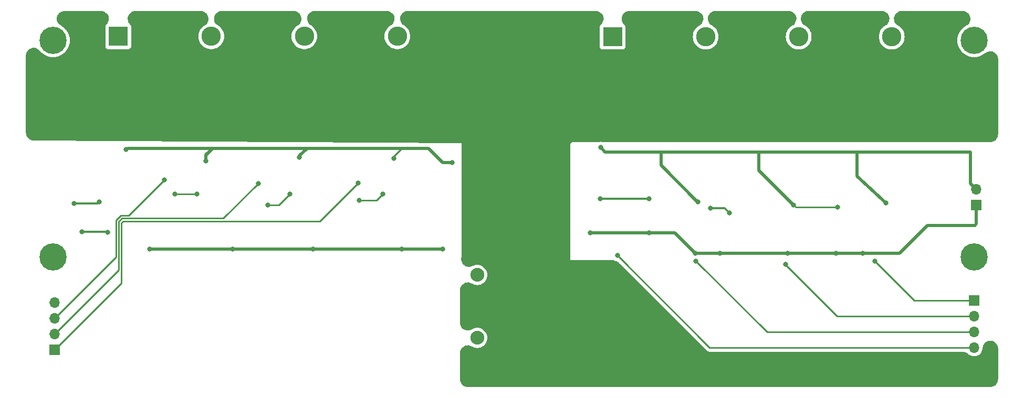
<source format=gbr>
%TF.GenerationSoftware,KiCad,Pcbnew,8.0.3*%
%TF.CreationDate,2024-11-15T02:32:19-08:00*%
%TF.ProjectId,Power_Distribution,506f7765-725f-4446-9973-747269627574,rev?*%
%TF.SameCoordinates,Original*%
%TF.FileFunction,Copper,L2,Bot*%
%TF.FilePolarity,Positive*%
%FSLAX46Y46*%
G04 Gerber Fmt 4.6, Leading zero omitted, Abs format (unit mm)*
G04 Created by KiCad (PCBNEW 8.0.3) date 2024-11-15 02:32:19*
%MOMM*%
%LPD*%
G01*
G04 APERTURE LIST*
%TA.AperFunction,ComponentPad*%
%ADD10R,3.116000X3.116000*%
%TD*%
%TA.AperFunction,ComponentPad*%
%ADD11C,3.116000*%
%TD*%
%TA.AperFunction,ComponentPad*%
%ADD12R,1.700000X1.700000*%
%TD*%
%TA.AperFunction,ComponentPad*%
%ADD13O,1.700000X1.700000*%
%TD*%
%TA.AperFunction,ComponentPad*%
%ADD14C,2.600000*%
%TD*%
%TA.AperFunction,ComponentPad*%
%ADD15C,2.235200*%
%TD*%
%TA.AperFunction,ConnectorPad*%
%ADD16C,4.400000*%
%TD*%
%TA.AperFunction,ViaPad*%
%ADD17C,0.800000*%
%TD*%
%TA.AperFunction,Conductor*%
%ADD18C,0.250000*%
%TD*%
%TA.AperFunction,Conductor*%
%ADD19C,0.508000*%
%TD*%
%TA.AperFunction,Conductor*%
%ADD20C,0.304800*%
%TD*%
G04 APERTURE END LIST*
D10*
%TO.P,J2,1,1*%
%TO.N,PWR5*%
X240270000Y-93218000D03*
D11*
%TO.P,J2,2,2*%
%TO.N,-BATT*%
X247770000Y-107218000D03*
%TO.P,J2,3,3*%
%TO.N,PWR6*%
X255270000Y-93218000D03*
%TO.P,J2,4,4*%
%TO.N,-BATT*%
X262770000Y-107218000D03*
%TO.P,J2,5,5*%
%TO.N,PWR7*%
X270270000Y-93218000D03*
%TO.P,J2,6,6*%
%TO.N,-BATT*%
X277770000Y-107218000D03*
%TO.P,J2,7,7*%
%TO.N,PWR8*%
X285270000Y-93218000D03*
%TO.P,J2,8,8*%
%TO.N,-BATT*%
X292770000Y-107218000D03*
%TD*%
D12*
%TO.P,J3,1,Pin_1*%
%TO.N,VIout4*%
X150275000Y-143800000D03*
D13*
%TO.P,J3,2,Pin_2*%
%TO.N,VIout3*%
X150275000Y-141260000D03*
%TO.P,J3,3,Pin_3*%
%TO.N,VIout2*%
X150275000Y-138720000D03*
%TO.P,J3,4,Pin_4*%
%TO.N,VIout1*%
X150275000Y-136180000D03*
%TD*%
D10*
%TO.P,J1,1,1*%
%TO.N,PWR1*%
X160562000Y-93160500D03*
D11*
%TO.P,J1,2,2*%
%TO.N,-BATT*%
X168062000Y-107160500D03*
%TO.P,J1,3,3*%
%TO.N,PWR2*%
X175562000Y-93160500D03*
%TO.P,J1,4,4*%
%TO.N,-BATT*%
X183062000Y-107160500D03*
%TO.P,J1,5,5*%
%TO.N,PWR3*%
X190562000Y-93160500D03*
%TO.P,J1,6,6*%
%TO.N,-BATT*%
X198062000Y-107160500D03*
%TO.P,J1,7,7*%
%TO.N,PWR4*%
X205562000Y-93160500D03*
%TO.P,J1,8,8*%
%TO.N,-BATT*%
X213062000Y-107160500D03*
%TD*%
D12*
%TO.P,J5,1,Pin_1*%
%TO.N,VIout8*%
X298550000Y-135825000D03*
D13*
%TO.P,J5,2,Pin_2*%
%TO.N,VIout7*%
X298550000Y-138365000D03*
%TO.P,J5,3,Pin_3*%
%TO.N,VIout6*%
X298550000Y-140905000D03*
%TO.P,J5,4,Pin_4*%
%TO.N,VIout5*%
X298550000Y-143445000D03*
%TD*%
D14*
%TO.P,,1*%
%TO.N,N/C*%
X150050000Y-128825000D03*
%TD*%
D15*
%TO.P,J4,1A,1A*%
%TO.N,+BATT*%
X218440000Y-131690000D03*
%TO.P,J4,1B,1B*%
X218440000Y-141850000D03*
%TO.P,J4,2A,2A*%
%TO.N,-BATT*%
X228600000Y-131690000D03*
%TO.P,J4,2B,2B*%
X228600000Y-141850000D03*
%TD*%
D14*
%TO.P,REF\u002A\u002A,1*%
%TO.N,N/C*%
X298550000Y-128825000D03*
D16*
X298550000Y-128825000D03*
%TD*%
D12*
%TO.P,REF\u002A\u002A,1*%
%TO.N,GND*%
X298933000Y-120376000D03*
D13*
%TO.P,REF\u002A\u002A,2*%
%TO.N,5V*%
X298933000Y-117836000D03*
%TD*%
D14*
%TO.P,REF\u002A\u002A,1*%
%TO.N,N/C*%
X150050000Y-128825000D03*
D16*
X150050000Y-128825000D03*
%TD*%
%TO.P,,1*%
%TO.N,N/C*%
X298550000Y-128825000D03*
%TD*%
D14*
%TO.P,REF\u002A\u002A,1*%
%TO.N,N/C*%
X298550000Y-93825000D03*
D16*
X298550000Y-93825000D03*
%TD*%
D14*
%TO.P,REF\u002A\u002A,1*%
%TO.N,N/C*%
X150050000Y-93825000D03*
D16*
X150050000Y-93825000D03*
%TD*%
%TO.P,,1*%
%TO.N,N/C*%
X150050000Y-128825000D03*
%TD*%
D17*
%TO.N,5V*%
X276555200Y-120751600D03*
%TO.N,GND*%
X276301200Y-128175000D03*
%TO.N,5V*%
X254050000Y-119875000D03*
X238325000Y-111100000D03*
X188214000Y-118618000D03*
X169672000Y-118618000D03*
X284350000Y-120075000D03*
X173228000Y-118618000D03*
X153416000Y-120142000D03*
X161856100Y-111442411D03*
X184658000Y-120396000D03*
X199390000Y-119634000D03*
X203200000Y-118618000D03*
X246126000Y-119380000D03*
X214376000Y-113538000D03*
X238252000Y-119380000D03*
X259080000Y-121666000D03*
X174690200Y-113280217D03*
X157480000Y-119888000D03*
X256032000Y-120904000D03*
X204985169Y-112899491D03*
X189794524Y-112708846D03*
X269450000Y-120375000D03*
%TO.N,VIout2*%
X168000000Y-116350000D03*
%TO.N,VIout3*%
X183150000Y-116900000D03*
%TO.N,VIout4*%
X199200000Y-116850000D03*
%TO.N,VIout5*%
X241030447Y-128564331D03*
%TO.N,VIout6*%
X253675000Y-129425000D03*
%TO.N,VIout7*%
X268125000Y-129975000D03*
%TO.N,VIout8*%
X282550000Y-129425000D03*
%TO.N,GND*%
X253625000Y-128175000D03*
X154686000Y-124714000D03*
X280600000Y-128225000D03*
X212852000Y-127508000D03*
X257556000Y-128175000D03*
X165625000Y-127525000D03*
X246126000Y-124850000D03*
X158843821Y-124818412D03*
X268525000Y-128175000D03*
X206300000Y-127525000D03*
X179025000Y-127525000D03*
X236625000Y-124850000D03*
X191950000Y-127475000D03*
%TD*%
D18*
%TO.N,5V*%
X276555200Y-120751600D02*
X269826600Y-120751600D01*
X269826600Y-120751600D02*
X269450000Y-120375000D01*
D19*
%TO.N,GND*%
X268525000Y-128175000D02*
X276301200Y-128175000D01*
X276301200Y-128175000D02*
X280550000Y-128175000D01*
D18*
%TO.N,5V*%
X204985169Y-112493831D02*
X204985169Y-112899491D01*
X169672000Y-118618000D02*
X173228000Y-118618000D01*
D19*
X279650000Y-115725000D02*
X284350000Y-120075000D01*
D18*
X204985169Y-112489831D02*
X204985169Y-112899491D01*
D19*
X189794524Y-112465476D02*
X189794524Y-112708846D01*
X175852000Y-111252000D02*
X191008000Y-111252000D01*
D20*
X256032000Y-120904000D02*
X258318000Y-120904000D01*
D19*
X174690200Y-112309800D02*
X174690200Y-112522000D01*
X175748000Y-111252000D02*
X174690200Y-112309800D01*
X248075000Y-111825000D02*
X248075000Y-114000000D01*
D20*
X157226000Y-120142000D02*
X153416000Y-120142000D01*
D18*
X174690200Y-112413800D02*
X174690200Y-112522000D01*
X175852000Y-111252000D02*
X174690200Y-112413800D01*
X186436000Y-120396000D02*
X188214000Y-118618000D01*
D19*
X279650000Y-111825000D02*
X263850000Y-111825000D01*
X214376000Y-113538000D02*
X212852000Y-113538000D01*
X191008000Y-111252000D02*
X206223000Y-111252000D01*
D18*
X253950000Y-119875000D02*
X254050000Y-119875000D01*
D20*
X258318000Y-120904000D02*
X259080000Y-121666000D01*
D18*
X184658000Y-120396000D02*
X186436000Y-120396000D01*
X174690200Y-112309800D02*
X174690200Y-113280217D01*
X161907589Y-111442411D02*
X161856100Y-111442411D01*
D19*
X298933000Y-117836000D02*
X298000000Y-116903000D01*
D18*
X199390000Y-119634000D02*
X202184000Y-119634000D01*
D19*
X212852000Y-113538000D02*
X210566000Y-111252000D01*
D18*
X206227000Y-111252000D02*
X204985169Y-112493831D01*
D19*
X263850000Y-114800000D02*
X269425000Y-120375000D01*
D20*
X157480000Y-119888000D02*
X157226000Y-120142000D01*
D18*
X269425000Y-120375000D02*
X269450000Y-120375000D01*
D19*
X248075000Y-114000000D02*
X253950000Y-119875000D01*
X174690200Y-112522000D02*
X174690200Y-113280217D01*
X279650000Y-111825000D02*
X279650000Y-115725000D01*
D18*
X269450000Y-120400000D02*
X269425000Y-120375000D01*
D20*
X246126000Y-119380000D02*
X238252000Y-119380000D01*
D19*
X206227000Y-111252000D02*
X210566000Y-111252000D01*
X191008000Y-111252000D02*
X189794524Y-112465476D01*
X263850000Y-111825000D02*
X263850000Y-114800000D01*
D18*
X202184000Y-119634000D02*
X203200000Y-118618000D01*
D19*
X239050000Y-111825000D02*
X238325000Y-111100000D01*
D18*
X269450000Y-120375000D02*
X269450000Y-120400000D01*
X206223000Y-111252000D02*
X204985169Y-112489831D01*
X162098000Y-111252000D02*
X161907589Y-111442411D01*
D19*
X298000000Y-116903000D02*
X298000000Y-111825000D01*
X298000000Y-111825000D02*
X279650000Y-111825000D01*
X175748000Y-111252000D02*
X162098000Y-111252000D01*
X248075000Y-111825000D02*
X239050000Y-111825000D01*
D18*
%TO.N,VIout2*%
X160194000Y-122884812D02*
X160984812Y-122094000D01*
X150275000Y-138720000D02*
X160194000Y-128801000D01*
X168000000Y-116351604D02*
X168000000Y-116350000D01*
X160194000Y-128801000D02*
X160194000Y-122884812D01*
X160984812Y-122094000D02*
X162257604Y-122094000D01*
X162257604Y-122094000D02*
X168000000Y-116351604D01*
%TO.N,VIout3*%
X160644000Y-123071208D02*
X161171208Y-122544000D01*
X160644000Y-130891000D02*
X160644000Y-123071208D01*
X177506000Y-122544000D02*
X183150000Y-116900000D01*
X150275000Y-141260000D02*
X160644000Y-130891000D01*
X161171208Y-122544000D02*
X177506000Y-122544000D01*
%TO.N,VIout4*%
X161094000Y-132981000D02*
X161094000Y-123257604D01*
X161357604Y-122994000D02*
X193056000Y-122994000D01*
X193056000Y-122994000D02*
X199200000Y-116850000D01*
X150275000Y-143800000D02*
X161094000Y-132981000D01*
X161094000Y-123257604D02*
X161357604Y-122994000D01*
%TO.N,VIout5*%
X255911116Y-143445000D02*
X241030447Y-128564331D01*
X298550000Y-143445000D02*
X255911116Y-143445000D01*
%TO.N,VIout6*%
X298550000Y-140905000D02*
X265169000Y-140905000D01*
X265169000Y-140905000D02*
X253689000Y-129425000D01*
X253689000Y-129425000D02*
X253675000Y-129425000D01*
%TO.N,VIout7*%
X276424000Y-138365000D02*
X268125000Y-130066000D01*
X268125000Y-130066000D02*
X268125000Y-129975000D01*
X298550000Y-138365000D02*
X276424000Y-138365000D01*
%TO.N,VIout8*%
X282550000Y-129486000D02*
X282550000Y-129425000D01*
X288889000Y-135825000D02*
X282550000Y-129486000D01*
X298550000Y-135825000D02*
X288889000Y-135825000D01*
%TO.N,GND*%
X280650000Y-128175000D02*
X280600000Y-128225000D01*
X191983000Y-127508000D02*
X191950000Y-127475000D01*
X206317000Y-127508000D02*
X206300000Y-127525000D01*
X206300000Y-127525000D02*
X206283000Y-127508000D01*
D19*
X291000000Y-123698000D02*
X286523000Y-128175000D01*
X250300000Y-124850000D02*
X253625000Y-128175000D01*
X286523000Y-128175000D02*
X280650000Y-128175000D01*
D18*
X253800000Y-128175000D02*
X253625000Y-128175000D01*
X280600000Y-128225000D02*
X280550000Y-128175000D01*
D19*
X298933000Y-120376000D02*
X298933000Y-123469000D01*
X298704000Y-123698000D02*
X291000000Y-123698000D01*
X253800000Y-128175000D02*
X257556000Y-128175000D01*
X206317000Y-127508000D02*
X212852000Y-127508000D01*
D18*
X298933000Y-123469000D02*
X298704000Y-123698000D01*
D19*
X246126000Y-124850000D02*
X250300000Y-124850000D01*
D18*
X191950000Y-127475000D02*
X191917000Y-127508000D01*
D19*
X257556000Y-128175000D02*
X268525000Y-128175000D01*
X191983000Y-127508000D02*
X206283000Y-127508000D01*
D20*
X158739409Y-124714000D02*
X158843821Y-124818412D01*
X154686000Y-124714000D02*
X158739409Y-124714000D01*
D19*
X179008000Y-127508000D02*
X165625000Y-127525000D01*
X236625000Y-124850000D02*
X246126000Y-124850000D01*
D18*
X179042000Y-127508000D02*
X179025000Y-127525000D01*
X179025000Y-127525000D02*
X179008000Y-127508000D01*
D19*
X179042000Y-127508000D02*
X191917000Y-127508000D01*
%TO.N,5V*%
X248075000Y-111825000D02*
X263850000Y-111825000D01*
%TD*%
%TA.AperFunction,Conductor*%
%TO.N,-BATT*%
G36*
X158019886Y-89087829D02*
G01*
X158235735Y-89147400D01*
X158437479Y-89244554D01*
X158618633Y-89376171D01*
X158773376Y-89538018D01*
X158896732Y-89724895D01*
X158984738Y-89930795D01*
X159034564Y-90149100D01*
X159044610Y-90372793D01*
X159014553Y-90594686D01*
X158945358Y-90807645D01*
X158839250Y-91004827D01*
X158699639Y-91179894D01*
X158680044Y-91199933D01*
X158640739Y-91239237D01*
X158553111Y-91356294D01*
X158553110Y-91356296D01*
X158502012Y-91493294D01*
X158502010Y-91493304D01*
X158495500Y-91553861D01*
X158495500Y-94767138D01*
X158502010Y-94827695D01*
X158502012Y-94827705D01*
X158553110Y-94964703D01*
X158553111Y-94964705D01*
X158640738Y-95081761D01*
X158757794Y-95169388D01*
X158757796Y-95169389D01*
X158894799Y-95220489D01*
X158955362Y-95227000D01*
X162168638Y-95227000D01*
X162229201Y-95220489D01*
X162366204Y-95169389D01*
X162483261Y-95081761D01*
X162570889Y-94964704D01*
X162621989Y-94827701D01*
X162628500Y-94767138D01*
X162628500Y-91553862D01*
X162621989Y-91493299D01*
X162570889Y-91356296D01*
X162549123Y-91327219D01*
X162483260Y-91239237D01*
X162443956Y-91199933D01*
X162300451Y-91028043D01*
X162189946Y-90833292D01*
X162115990Y-90621938D01*
X162080961Y-90400776D01*
X162085985Y-90176913D01*
X162130901Y-89957545D01*
X162214265Y-89749723D01*
X162333397Y-89560125D01*
X162484468Y-89394846D01*
X162662624Y-89259198D01*
X162862137Y-89157541D01*
X163076596Y-89093142D01*
X163299107Y-89068071D01*
X163327132Y-89067757D01*
X173857270Y-89067757D01*
X174080288Y-89087829D01*
X174296137Y-89147400D01*
X174497881Y-89244554D01*
X174679035Y-89376171D01*
X174833778Y-89538018D01*
X174957134Y-89724895D01*
X175045140Y-89930795D01*
X175094966Y-90149100D01*
X175105012Y-90372793D01*
X175074955Y-90594686D01*
X175005760Y-90807645D01*
X174899652Y-91004827D01*
X174760041Y-91179894D01*
X174591414Y-91327219D01*
X174506243Y-91383918D01*
X174415484Y-91439109D01*
X174367501Y-91468289D01*
X174367494Y-91468294D01*
X174148210Y-91646695D01*
X174148209Y-91646696D01*
X173955245Y-91853310D01*
X173792220Y-92084264D01*
X173792219Y-92084265D01*
X173662152Y-92335284D01*
X173567482Y-92601658D01*
X173567479Y-92601667D01*
X173509962Y-92878457D01*
X173509961Y-92878459D01*
X173490671Y-93160492D01*
X173490671Y-93160507D01*
X173509961Y-93442540D01*
X173509962Y-93442542D01*
X173567479Y-93719332D01*
X173567482Y-93719341D01*
X173605033Y-93825000D01*
X173662154Y-93985720D01*
X173792216Y-94236729D01*
X173792219Y-94236734D01*
X173792220Y-94236735D01*
X173955245Y-94467689D01*
X174148209Y-94674303D01*
X174148210Y-94674304D01*
X174367494Y-94852705D01*
X174367500Y-94852709D01*
X174367505Y-94852713D01*
X174420929Y-94885201D01*
X174609050Y-94999600D01*
X174609054Y-94999602D01*
X174868354Y-95112232D01*
X175140576Y-95188505D01*
X175420648Y-95227000D01*
X175420650Y-95227000D01*
X175703350Y-95227000D01*
X175703352Y-95227000D01*
X175983424Y-95188505D01*
X176255646Y-95112232D01*
X176514946Y-94999602D01*
X176756495Y-94852713D01*
X176975792Y-94674302D01*
X177168753Y-94467691D01*
X177331784Y-94236729D01*
X177461846Y-93985720D01*
X177556519Y-93719338D01*
X177614037Y-93442546D01*
X177614037Y-93442541D01*
X177614038Y-93442540D01*
X177633329Y-93160507D01*
X177633329Y-93160492D01*
X177614038Y-92878459D01*
X177614037Y-92878457D01*
X177614037Y-92878454D01*
X177556519Y-92601662D01*
X177461846Y-92335280D01*
X177331784Y-92084271D01*
X177168753Y-91853309D01*
X176975792Y-91646698D01*
X176975790Y-91646696D01*
X176975789Y-91646695D01*
X176756505Y-91468294D01*
X176756498Y-91468289D01*
X176756495Y-91468287D01*
X176617764Y-91383923D01*
X176437649Y-91250902D01*
X176284175Y-91087852D01*
X176162281Y-90900018D01*
X176075885Y-90693438D01*
X176027763Y-90474751D01*
X176019463Y-90250985D01*
X176051251Y-90029334D01*
X176122106Y-89816921D01*
X176229749Y-89620573D01*
X176370722Y-89446601D01*
X176540494Y-89300596D01*
X176733607Y-89187252D01*
X176943856Y-89110211D01*
X177164482Y-89071949D01*
X177266730Y-89067757D01*
X188857270Y-89067757D01*
X189080288Y-89087829D01*
X189296137Y-89147400D01*
X189497881Y-89244554D01*
X189679035Y-89376171D01*
X189833778Y-89538018D01*
X189957134Y-89724895D01*
X190045140Y-89930795D01*
X190094966Y-90149100D01*
X190105012Y-90372793D01*
X190074955Y-90594686D01*
X190005760Y-90807645D01*
X189899652Y-91004827D01*
X189760041Y-91179894D01*
X189591414Y-91327219D01*
X189506243Y-91383918D01*
X189415484Y-91439109D01*
X189367501Y-91468289D01*
X189367494Y-91468294D01*
X189148210Y-91646695D01*
X189148209Y-91646696D01*
X188955245Y-91853310D01*
X188792220Y-92084264D01*
X188792219Y-92084265D01*
X188662152Y-92335284D01*
X188567482Y-92601658D01*
X188567479Y-92601667D01*
X188509962Y-92878457D01*
X188509961Y-92878459D01*
X188490671Y-93160492D01*
X188490671Y-93160507D01*
X188509961Y-93442540D01*
X188509962Y-93442542D01*
X188567479Y-93719332D01*
X188567482Y-93719341D01*
X188605033Y-93825000D01*
X188662154Y-93985720D01*
X188792216Y-94236729D01*
X188792219Y-94236734D01*
X188792220Y-94236735D01*
X188955245Y-94467689D01*
X189148209Y-94674303D01*
X189148210Y-94674304D01*
X189367494Y-94852705D01*
X189367500Y-94852709D01*
X189367505Y-94852713D01*
X189420929Y-94885201D01*
X189609050Y-94999600D01*
X189609054Y-94999602D01*
X189868354Y-95112232D01*
X190140576Y-95188505D01*
X190420648Y-95227000D01*
X190420650Y-95227000D01*
X190703350Y-95227000D01*
X190703352Y-95227000D01*
X190983424Y-95188505D01*
X191255646Y-95112232D01*
X191514946Y-94999602D01*
X191756495Y-94852713D01*
X191975792Y-94674302D01*
X192168753Y-94467691D01*
X192331784Y-94236729D01*
X192461846Y-93985720D01*
X192556519Y-93719338D01*
X192614037Y-93442546D01*
X192614037Y-93442541D01*
X192614038Y-93442540D01*
X192633329Y-93160507D01*
X192633329Y-93160492D01*
X192614038Y-92878459D01*
X192614037Y-92878457D01*
X192614037Y-92878454D01*
X192556519Y-92601662D01*
X192461846Y-92335280D01*
X192331784Y-92084271D01*
X192168753Y-91853309D01*
X191975792Y-91646698D01*
X191975790Y-91646696D01*
X191975789Y-91646695D01*
X191756505Y-91468294D01*
X191756498Y-91468289D01*
X191756495Y-91468287D01*
X191617764Y-91383923D01*
X191437649Y-91250902D01*
X191284175Y-91087852D01*
X191162281Y-90900018D01*
X191075885Y-90693438D01*
X191027763Y-90474751D01*
X191019463Y-90250985D01*
X191051251Y-90029334D01*
X191122106Y-89816921D01*
X191229749Y-89620573D01*
X191370722Y-89446601D01*
X191540494Y-89300596D01*
X191733607Y-89187252D01*
X191943856Y-89110211D01*
X192164482Y-89071949D01*
X192266730Y-89067757D01*
X203857270Y-89067757D01*
X204080288Y-89087829D01*
X204296137Y-89147400D01*
X204497881Y-89244554D01*
X204679035Y-89376171D01*
X204833778Y-89538018D01*
X204957134Y-89724895D01*
X205045140Y-89930795D01*
X205094966Y-90149100D01*
X205105012Y-90372793D01*
X205074955Y-90594686D01*
X205005760Y-90807645D01*
X204899652Y-91004827D01*
X204760041Y-91179894D01*
X204591414Y-91327219D01*
X204506243Y-91383918D01*
X204415484Y-91439109D01*
X204367501Y-91468289D01*
X204367494Y-91468294D01*
X204148210Y-91646695D01*
X204148209Y-91646696D01*
X203955245Y-91853310D01*
X203792220Y-92084264D01*
X203792219Y-92084265D01*
X203662152Y-92335284D01*
X203567482Y-92601658D01*
X203567479Y-92601667D01*
X203509962Y-92878457D01*
X203509961Y-92878459D01*
X203490671Y-93160492D01*
X203490671Y-93160507D01*
X203509961Y-93442540D01*
X203509962Y-93442542D01*
X203567479Y-93719332D01*
X203567482Y-93719341D01*
X203605033Y-93825000D01*
X203662154Y-93985720D01*
X203792216Y-94236729D01*
X203792219Y-94236734D01*
X203792220Y-94236735D01*
X203955245Y-94467689D01*
X204148209Y-94674303D01*
X204148210Y-94674304D01*
X204367494Y-94852705D01*
X204367500Y-94852709D01*
X204367505Y-94852713D01*
X204420929Y-94885201D01*
X204609050Y-94999600D01*
X204609054Y-94999602D01*
X204868354Y-95112232D01*
X205140576Y-95188505D01*
X205420648Y-95227000D01*
X205420650Y-95227000D01*
X205703350Y-95227000D01*
X205703352Y-95227000D01*
X205983424Y-95188505D01*
X206255646Y-95112232D01*
X206514946Y-94999602D01*
X206756495Y-94852713D01*
X206975792Y-94674302D01*
X207168753Y-94467691D01*
X207331784Y-94236729D01*
X207461846Y-93985720D01*
X207556519Y-93719338D01*
X207614037Y-93442546D01*
X207614037Y-93442541D01*
X207614038Y-93442540D01*
X207633329Y-93160507D01*
X207633329Y-93160492D01*
X207614038Y-92878459D01*
X207614037Y-92878457D01*
X207614037Y-92878454D01*
X207556519Y-92601662D01*
X207461846Y-92335280D01*
X207331784Y-92084271D01*
X207168753Y-91853309D01*
X206975792Y-91646698D01*
X206975790Y-91646696D01*
X206975789Y-91646695D01*
X206756505Y-91468294D01*
X206756498Y-91468289D01*
X206756495Y-91468287D01*
X206617764Y-91383923D01*
X206437649Y-91250902D01*
X206284175Y-91087852D01*
X206162281Y-90900018D01*
X206075885Y-90693438D01*
X206027763Y-90474751D01*
X206019463Y-90250985D01*
X206051251Y-90029334D01*
X206122106Y-89816921D01*
X206229749Y-89620573D01*
X206370722Y-89446601D01*
X206540494Y-89300596D01*
X206733607Y-89187252D01*
X206943856Y-89110211D01*
X207164482Y-89071949D01*
X207266730Y-89067757D01*
X237573666Y-89067757D01*
X237796684Y-89087829D01*
X238012533Y-89147400D01*
X238214277Y-89244554D01*
X238395431Y-89376171D01*
X238550174Y-89538018D01*
X238673530Y-89724895D01*
X238761536Y-89930795D01*
X238811362Y-90149100D01*
X238821408Y-90372793D01*
X238791351Y-90594686D01*
X238722156Y-90807645D01*
X238616048Y-91004827D01*
X238476437Y-91179894D01*
X238380941Y-91264535D01*
X238348739Y-91296737D01*
X238261111Y-91413794D01*
X238261110Y-91413796D01*
X238210012Y-91550794D01*
X238210010Y-91550804D01*
X238203500Y-91611361D01*
X238203500Y-94824638D01*
X238210010Y-94885195D01*
X238210012Y-94885205D01*
X238261110Y-95022203D01*
X238261111Y-95022205D01*
X238348738Y-95139261D01*
X238465794Y-95226888D01*
X238465796Y-95226889D01*
X238602799Y-95277989D01*
X238663362Y-95284500D01*
X241876638Y-95284500D01*
X241937201Y-95277989D01*
X242074204Y-95226889D01*
X242191261Y-95139261D01*
X242278889Y-95022204D01*
X242329989Y-94885201D01*
X242336500Y-94824638D01*
X242336500Y-91611362D01*
X242329989Y-91550799D01*
X242278889Y-91413796D01*
X242270682Y-91402832D01*
X242191260Y-91296737D01*
X242151579Y-91257056D01*
X242051332Y-91166917D01*
X241914235Y-90989875D01*
X241810952Y-90791198D01*
X241744805Y-90577272D01*
X241717919Y-90354973D01*
X241731158Y-90131446D01*
X241784096Y-89913875D01*
X241875032Y-89709252D01*
X242001044Y-89524156D01*
X242158081Y-89364534D01*
X242341096Y-89235518D01*
X242544207Y-89141253D01*
X242760885Y-89084770D01*
X242966334Y-89067757D01*
X253659825Y-89067757D01*
X253882843Y-89087829D01*
X254098692Y-89147400D01*
X254300436Y-89244554D01*
X254481590Y-89376171D01*
X254636333Y-89538018D01*
X254759689Y-89724895D01*
X254847695Y-89930795D01*
X254897521Y-90149100D01*
X254907567Y-90372793D01*
X254877510Y-90594686D01*
X254808315Y-90807645D01*
X254702207Y-91004827D01*
X254562596Y-91179894D01*
X254393969Y-91327219D01*
X254308799Y-91383917D01*
X254150735Y-91480038D01*
X254075501Y-91525789D01*
X254075494Y-91525794D01*
X253856210Y-91704195D01*
X253856209Y-91704196D01*
X253663245Y-91910810D01*
X253500220Y-92141764D01*
X253500219Y-92141765D01*
X253370152Y-92392784D01*
X253275482Y-92659158D01*
X253275479Y-92659167D01*
X253217962Y-92935957D01*
X253217961Y-92935959D01*
X253198671Y-93217992D01*
X253198671Y-93218007D01*
X253217961Y-93500040D01*
X253217962Y-93500042D01*
X253275479Y-93776832D01*
X253275482Y-93776841D01*
X253349716Y-93985715D01*
X253370154Y-94043220D01*
X253500216Y-94294229D01*
X253500219Y-94294234D01*
X253500220Y-94294235D01*
X253663245Y-94525189D01*
X253856209Y-94731803D01*
X253856210Y-94731804D01*
X254075494Y-94910205D01*
X254075500Y-94910209D01*
X254075505Y-94910213D01*
X254075512Y-94910217D01*
X254317050Y-95057100D01*
X254317054Y-95057102D01*
X254576354Y-95169732D01*
X254848576Y-95246005D01*
X255128648Y-95284500D01*
X255128650Y-95284500D01*
X255411350Y-95284500D01*
X255411352Y-95284500D01*
X255691424Y-95246005D01*
X255963646Y-95169732D01*
X256222946Y-95057102D01*
X256464495Y-94910213D01*
X256683792Y-94731802D01*
X256876753Y-94525191D01*
X257039784Y-94294229D01*
X257169846Y-94043220D01*
X257264519Y-93776838D01*
X257322037Y-93500046D01*
X257322037Y-93500041D01*
X257322038Y-93500040D01*
X257341329Y-93218007D01*
X257341329Y-93217992D01*
X257322038Y-92935959D01*
X257322037Y-92935957D01*
X257322037Y-92935954D01*
X257264519Y-92659162D01*
X257169846Y-92392780D01*
X257039784Y-92141771D01*
X256876753Y-91910809D01*
X256683792Y-91704198D01*
X256683790Y-91704196D01*
X256683789Y-91704195D01*
X256464505Y-91525794D01*
X256464498Y-91525789D01*
X256464495Y-91525787D01*
X256231209Y-91383922D01*
X256051094Y-91250902D01*
X255897620Y-91087852D01*
X255775726Y-90900018D01*
X255689330Y-90693438D01*
X255641208Y-90474751D01*
X255632908Y-90250985D01*
X255664696Y-90029334D01*
X255735551Y-89816921D01*
X255843194Y-89620573D01*
X255984167Y-89446601D01*
X256153939Y-89300596D01*
X256347052Y-89187252D01*
X256557301Y-89110211D01*
X256777927Y-89071949D01*
X256880175Y-89067757D01*
X268659825Y-89067757D01*
X268882843Y-89087829D01*
X269098692Y-89147400D01*
X269300436Y-89244554D01*
X269481590Y-89376171D01*
X269636333Y-89538018D01*
X269759689Y-89724895D01*
X269847695Y-89930795D01*
X269897521Y-90149100D01*
X269907567Y-90372793D01*
X269877510Y-90594686D01*
X269808315Y-90807645D01*
X269702207Y-91004827D01*
X269562596Y-91179894D01*
X269393969Y-91327219D01*
X269308799Y-91383917D01*
X269150735Y-91480038D01*
X269075501Y-91525789D01*
X269075494Y-91525794D01*
X268856210Y-91704195D01*
X268856209Y-91704196D01*
X268663245Y-91910810D01*
X268500220Y-92141764D01*
X268500219Y-92141765D01*
X268370152Y-92392784D01*
X268275482Y-92659158D01*
X268275479Y-92659167D01*
X268217962Y-92935957D01*
X268217961Y-92935959D01*
X268198671Y-93217992D01*
X268198671Y-93218007D01*
X268217961Y-93500040D01*
X268217962Y-93500042D01*
X268275479Y-93776832D01*
X268275482Y-93776841D01*
X268349716Y-93985715D01*
X268370154Y-94043220D01*
X268500216Y-94294229D01*
X268500219Y-94294234D01*
X268500220Y-94294235D01*
X268663245Y-94525189D01*
X268856209Y-94731803D01*
X268856210Y-94731804D01*
X269075494Y-94910205D01*
X269075500Y-94910209D01*
X269075505Y-94910213D01*
X269075512Y-94910217D01*
X269317050Y-95057100D01*
X269317054Y-95057102D01*
X269576354Y-95169732D01*
X269848576Y-95246005D01*
X270128648Y-95284500D01*
X270128650Y-95284500D01*
X270411350Y-95284500D01*
X270411352Y-95284500D01*
X270691424Y-95246005D01*
X270963646Y-95169732D01*
X271222946Y-95057102D01*
X271464495Y-94910213D01*
X271683792Y-94731802D01*
X271876753Y-94525191D01*
X272039784Y-94294229D01*
X272169846Y-94043220D01*
X272264519Y-93776838D01*
X272322037Y-93500046D01*
X272322037Y-93500041D01*
X272322038Y-93500040D01*
X272341329Y-93218007D01*
X272341329Y-93217992D01*
X272322038Y-92935959D01*
X272322037Y-92935957D01*
X272322037Y-92935954D01*
X272264519Y-92659162D01*
X272169846Y-92392780D01*
X272039784Y-92141771D01*
X271876753Y-91910809D01*
X271683792Y-91704198D01*
X271683790Y-91704196D01*
X271683789Y-91704195D01*
X271464505Y-91525794D01*
X271464498Y-91525789D01*
X271464495Y-91525787D01*
X271231209Y-91383922D01*
X271051094Y-91250902D01*
X270897620Y-91087852D01*
X270775726Y-90900018D01*
X270689330Y-90693438D01*
X270641208Y-90474751D01*
X270632908Y-90250985D01*
X270664696Y-90029334D01*
X270735551Y-89816921D01*
X270843194Y-89620573D01*
X270984167Y-89446601D01*
X271153939Y-89300596D01*
X271347052Y-89187252D01*
X271557301Y-89110211D01*
X271777927Y-89071949D01*
X271880175Y-89067757D01*
X283659825Y-89067757D01*
X283882843Y-89087829D01*
X284098692Y-89147400D01*
X284300436Y-89244554D01*
X284481590Y-89376171D01*
X284636333Y-89538018D01*
X284759689Y-89724895D01*
X284847695Y-89930795D01*
X284897521Y-90149100D01*
X284907567Y-90372793D01*
X284877510Y-90594686D01*
X284808315Y-90807645D01*
X284702207Y-91004827D01*
X284562596Y-91179894D01*
X284393969Y-91327219D01*
X284308799Y-91383917D01*
X284150735Y-91480038D01*
X284075501Y-91525789D01*
X284075494Y-91525794D01*
X283856210Y-91704195D01*
X283856209Y-91704196D01*
X283663245Y-91910810D01*
X283500220Y-92141764D01*
X283500219Y-92141765D01*
X283370152Y-92392784D01*
X283275482Y-92659158D01*
X283275479Y-92659167D01*
X283217962Y-92935957D01*
X283217961Y-92935959D01*
X283198671Y-93217992D01*
X283198671Y-93218007D01*
X283217961Y-93500040D01*
X283217962Y-93500042D01*
X283275479Y-93776832D01*
X283275482Y-93776841D01*
X283349716Y-93985715D01*
X283370154Y-94043220D01*
X283500216Y-94294229D01*
X283500219Y-94294234D01*
X283500220Y-94294235D01*
X283663245Y-94525189D01*
X283856209Y-94731803D01*
X283856210Y-94731804D01*
X284075494Y-94910205D01*
X284075500Y-94910209D01*
X284075505Y-94910213D01*
X284075512Y-94910217D01*
X284317050Y-95057100D01*
X284317054Y-95057102D01*
X284576354Y-95169732D01*
X284848576Y-95246005D01*
X285128648Y-95284500D01*
X285128650Y-95284500D01*
X285411350Y-95284500D01*
X285411352Y-95284500D01*
X285691424Y-95246005D01*
X285963646Y-95169732D01*
X286222946Y-95057102D01*
X286464495Y-94910213D01*
X286683792Y-94731802D01*
X286876753Y-94525191D01*
X287039784Y-94294229D01*
X287169846Y-94043220D01*
X287264519Y-93776838D01*
X287322037Y-93500046D01*
X287322037Y-93500041D01*
X287322038Y-93500040D01*
X287341329Y-93218007D01*
X287341329Y-93217992D01*
X287322038Y-92935959D01*
X287322037Y-92935957D01*
X287322037Y-92935954D01*
X287264519Y-92659162D01*
X287169846Y-92392780D01*
X287039784Y-92141771D01*
X286876753Y-91910809D01*
X286683792Y-91704198D01*
X286683790Y-91704196D01*
X286683789Y-91704195D01*
X286464505Y-91525794D01*
X286464498Y-91525789D01*
X286464495Y-91525787D01*
X286231209Y-91383922D01*
X286051094Y-91250902D01*
X285897620Y-91087852D01*
X285775726Y-90900018D01*
X285689330Y-90693438D01*
X285641208Y-90474751D01*
X285632908Y-90250985D01*
X285664696Y-90029334D01*
X285735551Y-89816921D01*
X285843194Y-89620573D01*
X285984167Y-89446601D01*
X286153939Y-89300596D01*
X286347052Y-89187252D01*
X286557301Y-89110211D01*
X286777927Y-89071949D01*
X286880175Y-89067757D01*
X296707921Y-89067757D01*
X296930939Y-89087829D01*
X297146788Y-89147400D01*
X297348532Y-89244554D01*
X297529686Y-89376171D01*
X297684429Y-89538018D01*
X297807785Y-89724895D01*
X297895791Y-89930795D01*
X297945617Y-90149100D01*
X297955663Y-90372793D01*
X297925606Y-90594686D01*
X297856411Y-90807645D01*
X297750303Y-91004827D01*
X297610692Y-91179894D01*
X297442065Y-91327219D01*
X297321032Y-91402396D01*
X297321295Y-91402832D01*
X297008594Y-91591867D01*
X297008586Y-91591872D01*
X296750650Y-91793951D01*
X296750638Y-91793962D01*
X296518962Y-92025638D01*
X296518951Y-92025650D01*
X296316872Y-92283586D01*
X296316867Y-92283594D01*
X296147360Y-92563991D01*
X296012878Y-92862799D01*
X295915398Y-93175622D01*
X295915396Y-93175633D01*
X295856332Y-93497932D01*
X295856331Y-93497941D01*
X295836549Y-93824992D01*
X295836549Y-93825007D01*
X295856331Y-94152058D01*
X295856332Y-94152067D01*
X295915396Y-94474366D01*
X295915398Y-94474377D01*
X296012878Y-94787200D01*
X296012879Y-94787203D01*
X296147358Y-95086004D01*
X296147360Y-95086008D01*
X296147359Y-95086008D01*
X296316867Y-95366405D01*
X296316872Y-95366413D01*
X296518951Y-95624349D01*
X296518962Y-95624361D01*
X296750638Y-95856037D01*
X296750649Y-95856047D01*
X297008584Y-96058126D01*
X297288996Y-96227642D01*
X297587797Y-96362121D01*
X297756793Y-96414782D01*
X297900622Y-96459601D01*
X297900623Y-96459601D01*
X297900629Y-96459603D01*
X298222930Y-96518667D01*
X298222934Y-96518667D01*
X298222941Y-96518668D01*
X298549993Y-96538451D01*
X298550000Y-96538451D01*
X298550007Y-96538451D01*
X298877058Y-96518668D01*
X298877063Y-96518667D01*
X298877070Y-96518667D01*
X299199371Y-96459603D01*
X299512203Y-96362121D01*
X299811004Y-96227642D01*
X300091416Y-96058126D01*
X300349351Y-95856047D01*
X300349351Y-95856046D01*
X300379062Y-95832770D01*
X300381249Y-95835561D01*
X300509219Y-95741225D01*
X300710286Y-95642675D01*
X300925717Y-95581610D01*
X301148590Y-95559994D01*
X301371742Y-95578520D01*
X301587999Y-95636594D01*
X301790411Y-95732349D01*
X301972473Y-95862707D01*
X302128332Y-96023479D01*
X302252980Y-96209497D01*
X302342410Y-96414782D01*
X302393748Y-96632736D01*
X302406243Y-96808964D01*
X302406243Y-108987000D01*
X302386171Y-109210018D01*
X302326600Y-109425867D01*
X302229446Y-109627611D01*
X302097829Y-109808765D01*
X301935982Y-109963508D01*
X301749105Y-110086864D01*
X301543205Y-110174870D01*
X301324900Y-110224696D01*
X301157243Y-110236000D01*
X238761119Y-110236000D01*
X238538101Y-110215928D01*
X238501434Y-110208706D01*
X238420487Y-110191500D01*
X238229513Y-110191500D01*
X238148566Y-110208706D01*
X237926249Y-110235441D01*
X237888881Y-110236000D01*
X233679999Y-110236000D01*
X233426000Y-110489999D01*
X233426000Y-110490000D01*
X233426000Y-129286000D01*
X240152227Y-129286000D01*
X240375245Y-129306072D01*
X240591094Y-129365643D01*
X240660242Y-129393982D01*
X240748159Y-129433125D01*
X240810408Y-129453351D01*
X240809639Y-129455717D01*
X240924295Y-129491083D01*
X241123043Y-129594228D01*
X241300180Y-129731203D01*
X241333827Y-129763615D01*
X255419045Y-143848833D01*
X255507283Y-143937071D01*
X255611041Y-144006400D01*
X255611047Y-144006403D01*
X255707494Y-144046352D01*
X255726331Y-144054155D01*
X255787526Y-144066327D01*
X255848719Y-144078500D01*
X255848722Y-144078500D01*
X296738837Y-144078500D01*
X296961855Y-144098572D01*
X297177704Y-144158143D01*
X297379448Y-144255297D01*
X297560602Y-144386914D01*
X297588067Y-144413676D01*
X297588760Y-144412924D01*
X297626760Y-144447906D01*
X297804424Y-144586189D01*
X297804429Y-144586191D01*
X297804434Y-144586195D01*
X297936425Y-144657624D01*
X298002426Y-144693342D01*
X298215365Y-144766444D01*
X298437431Y-144803500D01*
X298437434Y-144803500D01*
X298662566Y-144803500D01*
X298662569Y-144803500D01*
X298884635Y-144766444D01*
X299097574Y-144693342D01*
X299295576Y-144586189D01*
X299473240Y-144447906D01*
X299625722Y-144282268D01*
X299748860Y-144093791D01*
X299839296Y-143887616D01*
X299894564Y-143669368D01*
X299912509Y-143452806D01*
X299950929Y-143232209D01*
X300028121Y-143022016D01*
X300141604Y-142828984D01*
X300287731Y-142659318D01*
X300461804Y-142518469D01*
X300658230Y-142410967D01*
X300870694Y-142340265D01*
X301092368Y-142308636D01*
X301316127Y-142317097D01*
X301534779Y-142365376D01*
X301741297Y-142451920D01*
X301929043Y-142573949D01*
X302091983Y-142727541D01*
X302224880Y-142907758D01*
X302323461Y-143108809D01*
X302384560Y-143324231D01*
X302406212Y-143547100D01*
X302406243Y-143555950D01*
X302406243Y-148527461D01*
X302386171Y-148750479D01*
X302326600Y-148966328D01*
X302229446Y-149168072D01*
X302097829Y-149349226D01*
X301935982Y-149503969D01*
X301749105Y-149627325D01*
X301543205Y-149715331D01*
X301324900Y-149765157D01*
X301157243Y-149776461D01*
X216924000Y-149776461D01*
X216700982Y-149756389D01*
X216485133Y-149696818D01*
X216283389Y-149599664D01*
X216102235Y-149468047D01*
X215947492Y-149306200D01*
X215824136Y-149119323D01*
X215736130Y-148913423D01*
X215686304Y-148695118D01*
X215675000Y-148527461D01*
X215675000Y-144292990D01*
X215695072Y-144069972D01*
X215754643Y-143854123D01*
X215851797Y-143652379D01*
X215983414Y-143471225D01*
X216145261Y-143316482D01*
X216332138Y-143193126D01*
X216538038Y-143105120D01*
X216756343Y-143055294D01*
X216980036Y-143045248D01*
X217201929Y-143075305D01*
X217414888Y-143144500D01*
X217576601Y-143228043D01*
X217699483Y-143303346D01*
X217878575Y-143377527D01*
X217935951Y-143401294D01*
X217935952Y-143401294D01*
X217935954Y-143401295D01*
X218184835Y-143461046D01*
X218440000Y-143481128D01*
X218695165Y-143461046D01*
X218944046Y-143401295D01*
X219180517Y-143303346D01*
X219398753Y-143169610D01*
X219474262Y-143105120D01*
X219593382Y-143003382D01*
X219759606Y-142808758D01*
X219759606Y-142808756D01*
X219759610Y-142808753D01*
X219893346Y-142590517D01*
X219991295Y-142354046D01*
X220051046Y-142105165D01*
X220071128Y-141850000D01*
X220051046Y-141594835D01*
X219991295Y-141345954D01*
X219893346Y-141109483D01*
X219759610Y-140891247D01*
X219759608Y-140891245D01*
X219759606Y-140891241D01*
X219593382Y-140696617D01*
X219398758Y-140530393D01*
X219398753Y-140530390D01*
X219180519Y-140396655D01*
X218944048Y-140298705D01*
X218695170Y-140238955D01*
X218695167Y-140238954D01*
X218440000Y-140218872D01*
X218184832Y-140238954D01*
X218184829Y-140238955D01*
X217935951Y-140298705D01*
X217699482Y-140396654D01*
X217576602Y-140471956D01*
X217375961Y-140571368D01*
X217160793Y-140633357D01*
X216938015Y-140655930D01*
X216714786Y-140638362D01*
X216498282Y-140581217D01*
X216295460Y-140486332D01*
X216112840Y-140356757D01*
X215956292Y-140196656D01*
X215830847Y-140011175D01*
X215740536Y-139806276D01*
X215688263Y-139588544D01*
X215675000Y-139407009D01*
X215675000Y-134132990D01*
X215695072Y-133909972D01*
X215754643Y-133694123D01*
X215851797Y-133492379D01*
X215983414Y-133311225D01*
X216145261Y-133156482D01*
X216332138Y-133033126D01*
X216538038Y-132945120D01*
X216756343Y-132895294D01*
X216980036Y-132885248D01*
X217201929Y-132915305D01*
X217414888Y-132984500D01*
X217576601Y-133068043D01*
X217699483Y-133143346D01*
X217878575Y-133217527D01*
X217935951Y-133241294D01*
X217935952Y-133241294D01*
X217935954Y-133241295D01*
X218184835Y-133301046D01*
X218440000Y-133321128D01*
X218695165Y-133301046D01*
X218944046Y-133241295D01*
X219180517Y-133143346D01*
X219398753Y-133009610D01*
X219474262Y-132945120D01*
X219593382Y-132843382D01*
X219759606Y-132648758D01*
X219759606Y-132648756D01*
X219759610Y-132648753D01*
X219893346Y-132430517D01*
X219991295Y-132194046D01*
X220051046Y-131945165D01*
X220071128Y-131690000D01*
X220051046Y-131434835D01*
X219991295Y-131185954D01*
X219893346Y-130949483D01*
X219759610Y-130731247D01*
X219759608Y-130731245D01*
X219759606Y-130731241D01*
X219593382Y-130536617D01*
X219398758Y-130370393D01*
X219398753Y-130370390D01*
X219180519Y-130236655D01*
X218944048Y-130138705D01*
X218695170Y-130078955D01*
X218695167Y-130078954D01*
X218440000Y-130058872D01*
X218184832Y-130078954D01*
X218184829Y-130078955D01*
X217935951Y-130138705D01*
X217699471Y-130236659D01*
X217669341Y-130252011D01*
X217461518Y-130335373D01*
X217242149Y-130380286D01*
X217018287Y-130385308D01*
X216797125Y-130350277D01*
X216585772Y-130276319D01*
X216391022Y-130165811D01*
X216219133Y-130022305D01*
X216075631Y-129850413D01*
X215965127Y-129655660D01*
X215891174Y-129444306D01*
X215856147Y-129223144D01*
X215861174Y-128999281D01*
X215900000Y-128809665D01*
X215900000Y-110400000D01*
X215899999Y-110399999D01*
X146923198Y-109994595D01*
X146700303Y-109973213D01*
X146484807Y-109912375D01*
X146283637Y-109814036D01*
X146103260Y-109681357D01*
X145949471Y-109518603D01*
X145827216Y-109331004D01*
X145740422Y-109124591D01*
X145691879Y-108905997D01*
X145681539Y-108745617D01*
X145681539Y-96260326D01*
X145701611Y-96037308D01*
X145761182Y-95821459D01*
X145858336Y-95619715D01*
X145989953Y-95438561D01*
X146151800Y-95283818D01*
X146338677Y-95160462D01*
X146544577Y-95072456D01*
X146762882Y-95022630D01*
X146986575Y-95012584D01*
X147208468Y-95042641D01*
X147421427Y-95111836D01*
X147618609Y-95217944D01*
X147793676Y-95357555D01*
X147913729Y-95490042D01*
X147964590Y-95554962D01*
X148018949Y-95624347D01*
X148018962Y-95624361D01*
X148250638Y-95856037D01*
X148250649Y-95856047D01*
X148508584Y-96058126D01*
X148788996Y-96227642D01*
X149087797Y-96362121D01*
X149256793Y-96414782D01*
X149400622Y-96459601D01*
X149400623Y-96459601D01*
X149400629Y-96459603D01*
X149722930Y-96518667D01*
X149722934Y-96518667D01*
X149722941Y-96518668D01*
X150049993Y-96538451D01*
X150050000Y-96538451D01*
X150050007Y-96538451D01*
X150377058Y-96518668D01*
X150377063Y-96518667D01*
X150377070Y-96518667D01*
X150699371Y-96459603D01*
X151012203Y-96362121D01*
X151311004Y-96227642D01*
X151591416Y-96058126D01*
X151849351Y-95856047D01*
X152081047Y-95624351D01*
X152283126Y-95366416D01*
X152452642Y-95086004D01*
X152587121Y-94787203D01*
X152684603Y-94474371D01*
X152743667Y-94152070D01*
X152743668Y-94152058D01*
X152763451Y-93825007D01*
X152763451Y-93824992D01*
X152743668Y-93497941D01*
X152743667Y-93497932D01*
X152733517Y-93442546D01*
X152684603Y-93175629D01*
X152587121Y-92862797D01*
X152452642Y-92563996D01*
X152452639Y-92563991D01*
X152452640Y-92563991D01*
X152283132Y-92283594D01*
X152283127Y-92283586D01*
X152283126Y-92283584D01*
X152081047Y-92025649D01*
X152081037Y-92025638D01*
X151849361Y-91793962D01*
X151849349Y-91793951D01*
X151661390Y-91646695D01*
X151591416Y-91591874D01*
X151591413Y-91591872D01*
X151591405Y-91591867D01*
X151278705Y-91402832D01*
X151279311Y-91401828D01*
X151123504Y-91301284D01*
X150960061Y-91148228D01*
X150826574Y-90968448D01*
X150727334Y-90767722D01*
X150665529Y-90552501D01*
X150643146Y-90329704D01*
X150660905Y-90106490D01*
X150718235Y-89890034D01*
X150813294Y-89687294D01*
X150943025Y-89504785D01*
X151103260Y-89348374D01*
X151288848Y-89223087D01*
X151493825Y-89132952D01*
X151711601Y-89080865D01*
X151892079Y-89067757D01*
X157796868Y-89067757D01*
X158019886Y-89087829D01*
G37*
%TD.AperFunction*%
%TD*%
M02*

</source>
